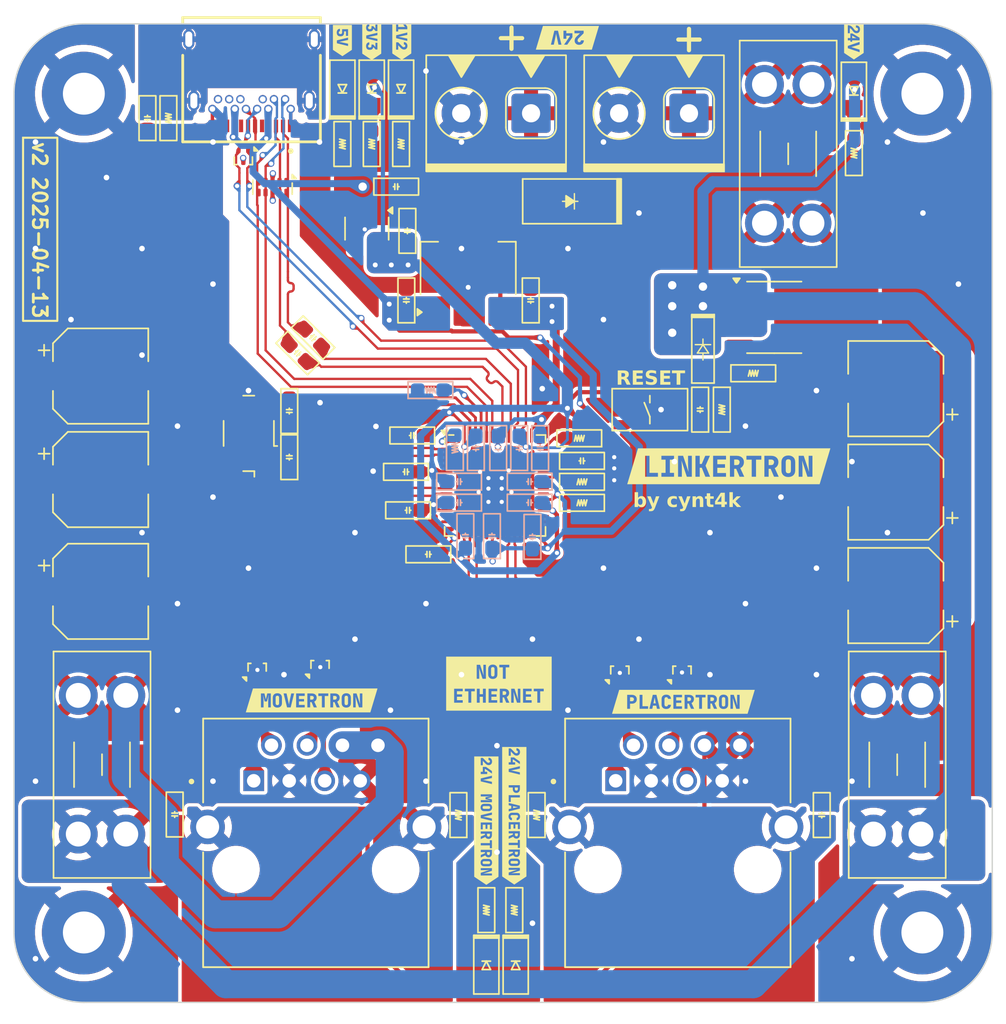
<source format=kicad_pcb>
(kicad_pcb
	(version 20241229)
	(generator "pcbnew")
	(generator_version "9.0")
	(general
		(thickness 1.564)
		(legacy_teardrops no)
	)
	(paper "A4")
	(title_block
		(title "Linkertron")
		(date "2025-04-13")
		(rev "v2")
		(company "cynt4k")
	)
	(layers
		(0 "F.Cu" signal)
		(4 "In1.Cu" signal)
		(6 "In2.Cu" signal)
		(2 "B.Cu" signal)
		(9 "F.Adhes" user "F.Adhesive")
		(11 "B.Adhes" user "B.Adhesive")
		(13 "F.Paste" user)
		(15 "B.Paste" user)
		(5 "F.SilkS" user "F.Silkscreen")
		(7 "B.SilkS" user "B.Silkscreen")
		(1 "F.Mask" user)
		(3 "B.Mask" user)
		(17 "Dwgs.User" user "User.Drawings")
		(19 "Cmts.User" user "User.Comments")
		(21 "Eco1.User" user "User.Eco1")
		(23 "Eco2.User" user "User.Eco2")
		(25 "Edge.Cuts" user)
		(27 "Margin" user)
		(31 "F.CrtYd" user "F.Courtyard")
		(29 "B.CrtYd" user "B.Courtyard")
		(35 "F.Fab" user)
		(33 "B.Fab" user)
		(39 "User.1" user)
		(41 "User.2" user)
		(43 "User.3" user)
		(45 "User.4" user)
		(47 "User.5" user)
		(49 "User.6" user)
		(51 "User.7" user)
		(53 "User.8" user)
		(55 "User.9" user)
	)
	(setup
		(stackup
			(layer "F.SilkS"
				(type "Top Silk Screen")
			)
			(layer "F.Paste"
				(type "Top Solder Paste")
			)
			(layer "F.Mask"
				(type "Top Solder Mask")
				(thickness 0.01)
			)
			(layer "F.Cu"
				(type "copper")
				(thickness 0.035)
			)
			(layer "dielectric 1"
				(type "prepreg")
				(thickness 0.092)
				(material "FR4")
				(epsilon_r 4.5)
				(loss_tangent 0.02)
			)
			(layer "In1.Cu"
				(type "copper")
				(thickness 0.03)
			)
			(layer "dielectric 2"
				(type "core")
				(thickness 1.23)
				(material "FR4")
				(epsilon_r 4.5)
				(loss_tangent 0.02)
			)
			(layer "In2.Cu"
				(type "copper")
				(thickness 0.03)
			)
			(layer "dielectric 3"
				(type "prepreg")
				(thickness 0.092)
				(material "FR4")
				(epsilon_r 4.5)
				(loss_tangent 0.02)
			)
			(layer "B.Cu"
				(type "copper")
				(thickness 0.035)
			)
			(layer "B.Mask"
				(type "Bottom Solder Mask")
				(thickness 0.01)
			)
			(layer "B.Paste"
				(type "Bottom Solder Paste")
			)
			(layer "B.SilkS"
				(type "Bottom Silk Screen")
			)
			(copper_finish "None")
			(dielectric_constraints no)
		)
		(pad_to_mask_clearance 0)
		(allow_soldermask_bridges_in_footprints no)
		(tenting front back)
		(pcbplotparams
			(layerselection 0x00000000_00000000_55555555_5755f5ff)
			(plot_on_all_layers_selection 0x00000000_00000000_00000000_00000000)
			(disableapertmacros no)
			(usegerberextensions no)
			(usegerberattributes yes)
			(usegerberadvancedattributes yes)
			(creategerberjobfile yes)
			(dashed_line_dash_ratio 12.000000)
			(dashed_line_gap_ratio 3.000000)
			(svgprecision 4)
			(plotframeref no)
			(mode 1)
			(useauxorigin no)
			(hpglpennumber 1)
			(hpglpenspeed 20)
			(hpglpendiameter 15.000000)
			(pdf_front_fp_property_popups yes)
			(pdf_back_fp_property_popups yes)
			(pdf_metadata yes)
			(pdf_single_document no)
			(dxfpolygonmode yes)
			(dxfimperialunits yes)
			(dxfusepcbnewfont yes)
			(psnegative no)
			(psa4output no)
			(plot_black_and_white yes)
			(plotinvisibletext no)
			(sketchpadsonfab no)
			(plotpadnumbers no)
			(hidednponfab no)
			(sketchdnponfab yes)
			(crossoutdnponfab yes)
			(subtractmaskfromsilk no)
			(outputformat 1)
			(mirror no)
			(drillshape 0)
			(scaleselection 1)
			(outputdirectory "output/")
		)
	)
	(net 0 "")
	(net 1 "/Power/PLACERTRON_24V")
	(net 2 "GND")
	(net 3 "/Power/MOVERTRON_24V")
	(net 4 "+5V")
	(net 5 "+3V3")
	(net 6 "Net-(D301-K)")
	(net 7 "/Power/DCIN")
	(net 8 "Net-(D202-K)")
	(net 9 "Net-(D203-K)")
	(net 10 "+24V")
	(net 11 "/Power/gate")
	(net 12 "Net-(D205-K)")
	(net 13 "Net-(D206-K)")
	(net 14 "+1V2")
	(net 15 "/Power/post fuse")
	(net 16 "unconnected-(J301-CC1-PadA5)")
	(net 17 "unconnected-(J301-SBU1-PadA8)")
	(net 18 "unconnected-(J301-CC2-PadB5)")
	(net 19 "unconnected-(J301-SBU2-PadB8)")
	(net 20 "unconnected-(U201-NC-Pad4)")
	(net 21 "Net-(J301-SHIELD)")
	(net 22 "Net-(U303-XTALI{slash}CLK_IN)")
	(net 23 "Net-(U303-XTALO)")
	(net 24 "Net-(U303-VBUS_DET{slash}GPIO16)")
	(net 25 "/USB3 Controller/UPLINK.USB3_TX_DN")
	(net 26 "/USB3 Controller/UPLINK_USB3_TX_DN")
	(net 27 "/USB3 Controller/UPLINK_USB3_TX_DP")
	(net 28 "/USB3 Controller/UPLINK.USB3_TX_DP")
	(net 29 "Net-(D207-K)")
	(net 30 "unconnected-(J301-RX2+-PadA11)")
	(net 31 "/USB3 Controller/UPLINK.USB2_DP")
	(net 32 "/USB3 Controller/UPLINK.USB2_DN")
	(net 33 "/USB3 Controller/UPLINK.USB3_RX_DN")
	(net 34 "/USB3 Controller/UPLINK.USB3_RX_DP")
	(net 35 "unconnected-(J301-TX2+-PadB2)")
	(net 36 "unconnected-(J301-TX2--PadB3)")
	(net 37 "unconnected-(J301-RX2--PadA10)")
	(net 38 "/Movertron/CAM.DP")
	(net 39 "/Movertron/BRAIN.DP")
	(net 40 "/Movertron/CAM.DN")
	(net 41 "/Movertron/BRAIN.DN")
	(net 42 "/Placertron/CAM.DP")
	(net 43 "/Placertron/BRAIN.DN")
	(net 44 "/Placertron/CAM.DN")
	(net 45 "/Placertron/BRAIN.DP")
	(net 46 "Net-(U303-RBIAS)")
	(net 47 "Net-(U303-ATEST)")
	(net 48 "/USB3 Controller/~{RESET}")
	(net 49 "Net-(SW301A-B)")
	(net 50 "unconnected-(U303-USB3DN_TXDM2-Pad11)")
	(net 51 "unconnected-(U303-SPI_DI{slash}CFG_BC_EN{slash}GPIO9-Pad40)")
	(net 52 "unconnected-(U303-USB3DN_RXDP4-Pad29)")
	(net 53 "unconnected-(U303-PRT_CTL3-Pad34)")
	(net 54 "unconnected-(U303-USB3DN_TXDM3-Pad20)")
	(net 55 "unconnected-(U303-USB3DN_RXDP1-Pad6)")
	(net 56 "unconnected-(U303-USB3DN_TXDM4-Pad27)")
	(net 57 "unconnected-(U303-USB3DN_TXDP1-Pad3)")
	(net 58 "unconnected-(U303-PRT_CTL1-Pad36)")
	(net 59 "unconnected-(U303-SPI_CE_N{slash}CFG_NON_REM{slash}GPIO7-Pad41)")
	(net 60 "unconnected-(U303-PRT_CTL4{slash}GANG_PWR-Pad32)")
	(net 61 "unconnected-(U303-USB3DN_TXDM1-Pad4)")
	(net 62 "unconnected-(U303-SPI_CLK{slash}SMCLK{slash}GPIO4-Pad38)")
	(net 63 "unconnected-(U303-USB3DN_RXDM1-Pad7)")
	(net 64 "unconnected-(U303-SPI_DO{slash}SMDAT{slash}GPIO5-Pad39)")
	(net 65 "unconnected-(U303-USB3DN_RXDM3-Pad23)")
	(net 66 "unconnected-(U303-USB3DN_TXDP2-Pad10)")
	(net 67 "unconnected-(U303-PRT_CTL2-Pad35)")
	(net 68 "unconnected-(U303-USB3DN_RXDP2-Pad13)")
	(net 69 "unconnected-(U303-USB3DN_RXDM4-Pad30)")
	(net 70 "unconnected-(U303-USB3DN_RXDM2-Pad14)")
	(net 71 "unconnected-(U303-USB3DN_TXDP3-Pad19)")
	(net 72 "unconnected-(U303-USB3DN_RXDP3-Pad22)")
	(net 73 "unconnected-(U303-USB3DN_TXDP4-Pad26)")
	(net 74 "Net-(C401-Pad1)")
	(net 75 "Net-(C501-Pad1)")
	(footprint "MountingHole:MountingHole_3mm_Pad" (layer "F.Cu") (at 173 150))
	(footprint "Droid:C_0603_HandSolder" (layer "F.Cu") (at 165.8 141.6 90))
	(footprint "kibuzzard-6528EA52" (layer "F.Cu") (at 168.1 86.3 -90))
	(footprint "Droid:LED_0805_LiteOn" (layer "F.Cu") (at 143.9 152.4 -90))
	(footprint "kibuzzard-67D701B2" (layer "F.Cu") (at 129.3 133.4))
	(footprint "Droid:Connector_RJ45_SS-7188S-A-PG4-BA-50" (layer "F.Cu") (at 129.6 145.5))
	(footprint "Droid:R_0603_HandSolder" (layer "F.Cu") (at 148.45 114.65 180))
	(footprint "Droid:R_0603_HandSolder" (layer "F.Cu") (at 143.8 148.4 90))
	(footprint "MountingHole:MountingHole_3mm_Pad" (layer "F.Cu") (at 173 90))
	(footprint "Droid:R_0603_HandSolder" (layer "F.Cu") (at 145.4 141.6 90))
	(footprint "Droid:R_0603_HandSolder" (layer "F.Cu") (at 168.1 94.25 -90))
	(footprint "kibuzzard-67D70271" (layer "F.Cu") (at 135.75 86.3 -90))
	(footprint "Droid:Tactile_Switch_4.2mm" (layer "F.Cu") (at 153.5 112.6))
	(footprint "Package_TO_SOT_SMD:Texas_DRT-3" (layer "F.Cu") (at 151.35 131.5))
	(footprint "Droid:R_0603_HandSolder" (layer "F.Cu") (at 148.642402 119.264536 180))
	(footprint "Capacitor_SMD:CP_Elec_6.3x9.9" (layer "F.Cu") (at 114.2 110.2))
	(footprint "Droid:LED_0805_LiteOn" (layer "F.Cu") (at 133.6 89.6 90))
	(footprint "Droid:R_0603_HandSolder" (layer "F.Cu") (at 119.05 91.75 -90))
	(footprint "Droid:LED_0805_LiteOn" (layer "F.Cu") (at 135.7 89.6 90))
	(footprint "Capacitor_SMD:CP_Elec_6.3x9.9" (layer "F.Cu") (at 114.2 117.6))
	(footprint "Droid:TerminalBlock_PhoenixContact_2x5mm" (layer "F.Cu") (at 153.8 91.4 180))
	(footprint "Package_TO_SOT_SMD:Texas_DRT-3" (layer "F.Cu") (at 155.8 131.5))
	(footprint "Droid:C_0603_HandSolder" (layer "F.Cu") (at 127.7 112.7 -90))
	(footprint "Droid:C_0603_HandSolder" (layer "F.Cu") (at 136.15 99.812501 90))
	(footprint "kibuzzard-67D701BA" (layer "F.Cu") (at 143.8 141.65 -90))
	(footprint "Package_TO_SOT_SMD:Texas_DRT-3" (layer "F.Cu") (at 124.4125 94.5225 180))
	(footprint "Droid:LED_0805_LiteOn" (layer "F.Cu") (at 168.1 89.75 90))
	(footprint "Package_TO_SOT_SMD:Texas_DRT-3" (layer "F.Cu") (at 125.4 131.3))
	(footprint "Fuse:Fuseholder_Blade_Mini_Keystone_3568" (layer "F.Cu") (at 169.5 142.96 90))
	(footprint "Droid:C_0603_HandSolder" (layer "F.Cu") (at 136.2 119.8 180))
	(footprint "Fuse:Fuseholder_Blade_Mini_Keystone_3568" (layer "F.Cu") (at 112.6 142.96 90))
	(footprint "Droid:C_0603_HandSolder" (layer "F.Cu") (at 128.3 108.55 135))
	(footprint "Fuse:Fuseholder_Blade_Mini_Keystone_3568" (layer "F.Cu") (at 165.1 89.34 -90))
	(footprint "Droid:C_0603_HandSolder"
		(layer "F.Cu")
		(uuid "4e7b4f70-3c1f-416d-841d-b7da654407fd")
		(at 144.975 104.7875 90)
		(property "Reference" "C210"
			(at 0 -1.2 90)
			(unlocked yes)
			(layer "F.SilkS")
			(hide yes)
			(uuid "0674f0f9-9de5-4f14-9cc6-4c6c2abadb05")
			(effects
				(font
					(size 0.7 0.7)
					(thickness 0.15)
				)
			)
		)
		(property "Value" "1u"
			(at 0 1.2 90)
			(unlocked yes)
			(layer "F.Fab")
			(hide yes)
			(uuid "e66befeb-a02d-4173-961d-f77853d58b03")
			(effects
				(font
					(size 0.7 0.7)
					(thickness 0.15)
				)
			)
		)
		(property "Datasheet" ""
			(at 0 0 90)
			(layer "F.Fab")
			(hide yes)
			(uuid "5af4ce2c-125a-4c18-8b3e-0be1b12b5f7c")
			(effects
				(font
					(size 1.27 1.27)
					(thickness 0.15)
				)
			)
		)
		(property "Description" ""
			(at 0 0 90)
			(layer "F.Fab")
			(hide yes)
			(uuid "3506f772-b0ec-464d-be3f-1f0961f24d8e")
			(effects
				(font
					(size 1.27 1.27)
					(thickness 0.15)
				)
			)
		)
		(property "mpn" "CL10B105MO8NNWC"
			(at 0 0 90)
			(unlocked yes)
			(layer "F.Fab")
			(hide yes)
			(uuid "1b06c438-a0e3-4379-82d0-8803e9190432")
			(effects
				(font
					(size 1 1)
					(thickness 0.15)
				)
			)
		)
		(property "Rating" "16V"
			(at 0 0 90)
			(unlocked yes)
			(layer "F.Fab")
			(hide yes)
			(uuid "00a5b3b3-3124-4852-ba65-732876ef8ab2")
			(effects
				(font
					(size 1 1)
					(thickness 0.15)
				)
			)
		)
		(property ki_fp_filters "C_*")
		(path "/31906f9f-87df-495e-b2ec-12e3044e8038/a625ad15-c538-4bb7-8b87-55a4c8338fad")
		(sheetname "/Power/")
		(sheetfile "power.kicad_sch")
		(attr smd)
		(fp_line
			(start 0.1 -0.2)
			(end 0.1 0.2)
			(stroke
				(width 0.12)
				(type solid)
			)
			(layer "F.SilkS")
			(uuid "e0c95e41-eba2-4d5c-a51b-36ccbae06198")
		)
		(fp_line
			(start 0.1 0)
			(end 0.199999 0)
			(stroke
				(width 0.12)
				(type solid)
			)
			(layer "F.SilkS")
			(uuid "0a1d17a2-269e-4450-8c8e-0ded7ca5c01f")
		)
		(fp_line
			(start -0.1 0)
			(end -0.199999 0)
			(stroke
				(width 0.12)
				(type solid)
			)
			(layer "F.SilkS")
			(uuid "238fd4fe-257e-401c-9782-35b886b14975")
		)
		(fp_line
			(start -0.1 0.2)
			(end -0.1 -0.2)
			(stroke
				(width 0.12)
				(type solid)
			)
			(layer "F.SilkS")
			(uuid "befadb58-80b5-4d21-93df-7c8fb4956a16")
		)
		(fp_poly
			(pts
				(xy -1.6 -0.6) (xy 1.6 -0.6) (xy 1.6 0.6) (xy -1.6 0.6)
			)
			(stroke
				(width 0.12)
				(type solid)
			)
			(fill no)
			(layer "F.SilkS")
			(uuid "fcb48a75-e080-47ff-aac0-6e65e7d92c05")
		)
		(fp_line
			(start 1.65 -0.73)
			(end 1.65 0.73)
			(stroke
				(width 0.05)
				(type solid)
			)
			(layer "F.CrtYd")
			(uuid "5a3b6424-55ab-4a87-a98d-c840023fde8f")
		)
		(fp_line
			(start -1.65 -0.73)
			(end 1.65 -0.73)
			(stroke
				(width 0.05)
				(type solid)
			)
			(layer "F.CrtYd")
			(uuid "d466e2fb-257b-4d38-8085-90588e536b18")
		)
		(fp_line
			(start 1.65 0.73)
			(end -1.65 0.73)
			(stroke
				(width 0.05)
				(type solid)
			)
			(layer "F.CrtYd")
			(uuid "f026d3f7-79a7-4ec4-a489-d7d5a8b49c2a")
		)
		(fp_line
			(start -1.65 0.73)
			(end -1.65 -0.73)
			(stroke
				(width 0.05)
				(type solid)
			)
			(layer "F.CrtYd")
			(uuid "10b61dcc-2a10-434a-bab4-b2fe6625fa82")
		)
		(fp_line
			(start 0.8 -0.4)
			(end 0.8 0.4)
			(stroke
				(width 0.1)
				(type solid)
			)
			(layer "F.Fab")
			(uuid "ec8053b6-ae80-4382-b3c8-bfe678cbf9d7")
		)
		(fp_line
			(start -0.8 -0.4)
			(end 0.8 -0.4)
			(stroke
				
... [1538242 chars truncated]
</source>
